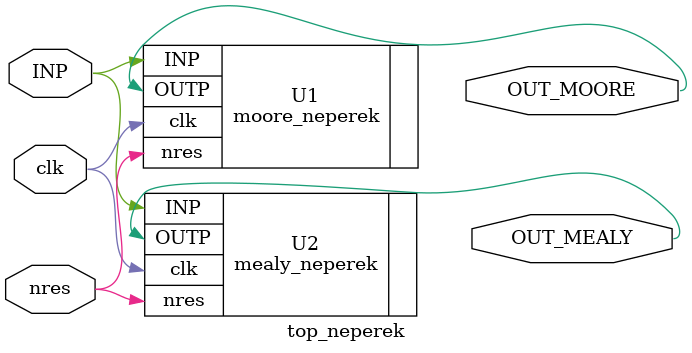
<source format=sv>
module top_neperek (clk, nres, INP, OUT_MOORE, OUT_MEALY);

input logic clk, nres, INP;
output logic OUT_MOORE, OUT_MEALY;

moore_neperek U1 (.clk(clk), .nres(nres), .INP(INP), .OUTP(OUT_MOORE));
mealy_neperek U2 (.clk(clk), .nres(nres), .INP(INP), .OUTP(OUT_MEALY));

endmodule

</source>
